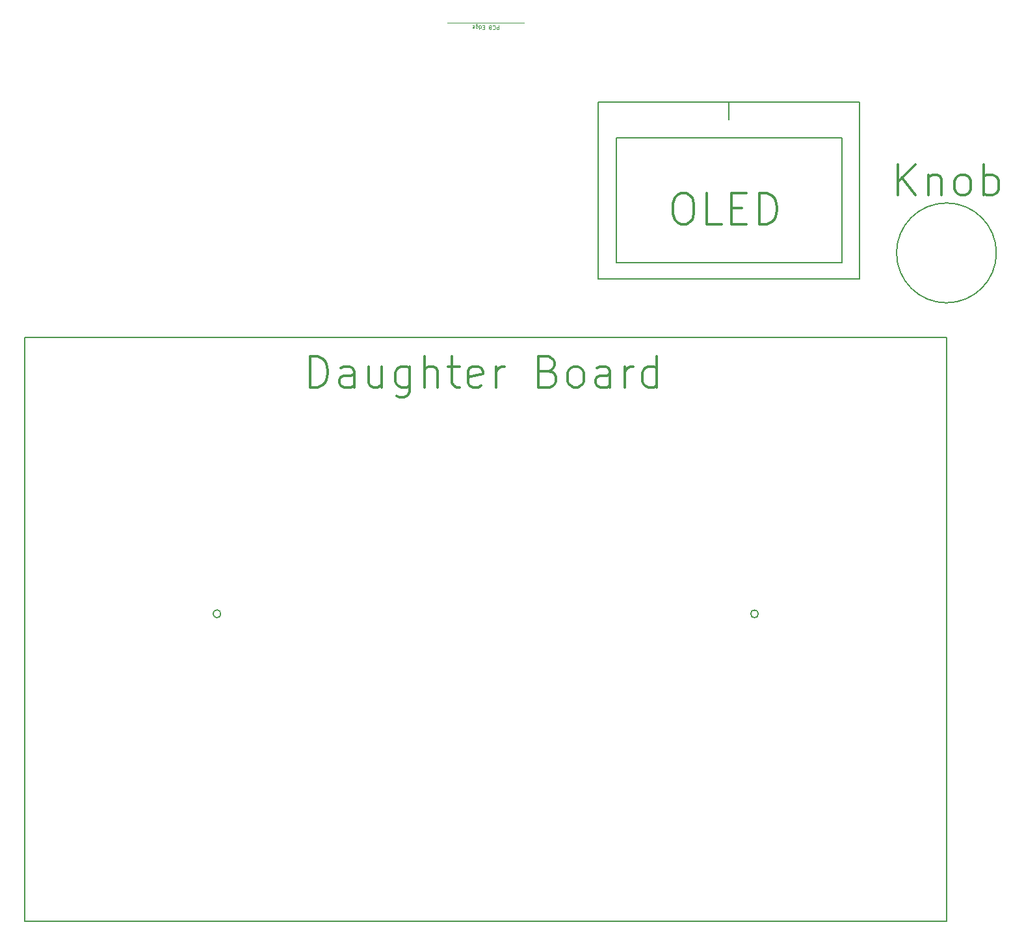
<source format=gbr>
%TF.GenerationSoftware,KiCad,Pcbnew,9.0.0-rc1*%
%TF.CreationDate,2025-02-06T15:05:50-05:00*%
%TF.ProjectId,ephys-test-board,65706879-732d-4746-9573-742d626f6172,B*%
%TF.SameCoordinates,Original*%
%TF.FileFunction,OtherDrawing,Comment*%
%FSLAX46Y46*%
G04 Gerber Fmt 4.6, Leading zero omitted, Abs format (unit mm)*
G04 Created by KiCad (PCBNEW 9.0.0-rc1) date 2025-02-06 15:05:50*
%MOMM*%
%LPD*%
G01*
G04 APERTURE LIST*
%ADD10C,0.300000*%
%ADD11C,0.150000*%
%ADD12C,0.100000*%
G04 APERTURE END LIST*
D10*
X253649748Y-76494876D02*
X253649748Y-72494876D01*
X255935463Y-76494876D02*
X254221177Y-74209161D01*
X255935463Y-72494876D02*
X253649748Y-74780590D01*
X257649748Y-73828209D02*
X257649748Y-76494876D01*
X257649748Y-74209161D02*
X257840225Y-74018685D01*
X257840225Y-74018685D02*
X258221177Y-73828209D01*
X258221177Y-73828209D02*
X258792606Y-73828209D01*
X258792606Y-73828209D02*
X259173558Y-74018685D01*
X259173558Y-74018685D02*
X259364034Y-74399638D01*
X259364034Y-74399638D02*
X259364034Y-76494876D01*
X261840225Y-76494876D02*
X261459273Y-76304400D01*
X261459273Y-76304400D02*
X261268796Y-76113923D01*
X261268796Y-76113923D02*
X261078320Y-75732971D01*
X261078320Y-75732971D02*
X261078320Y-74590114D01*
X261078320Y-74590114D02*
X261268796Y-74209161D01*
X261268796Y-74209161D02*
X261459273Y-74018685D01*
X261459273Y-74018685D02*
X261840225Y-73828209D01*
X261840225Y-73828209D02*
X262411654Y-73828209D01*
X262411654Y-73828209D02*
X262792606Y-74018685D01*
X262792606Y-74018685D02*
X262983082Y-74209161D01*
X262983082Y-74209161D02*
X263173558Y-74590114D01*
X263173558Y-74590114D02*
X263173558Y-75732971D01*
X263173558Y-75732971D02*
X262983082Y-76113923D01*
X262983082Y-76113923D02*
X262792606Y-76304400D01*
X262792606Y-76304400D02*
X262411654Y-76494876D01*
X262411654Y-76494876D02*
X261840225Y-76494876D01*
X264887844Y-76494876D02*
X264887844Y-72494876D01*
X264887844Y-74018685D02*
X265268797Y-73828209D01*
X265268797Y-73828209D02*
X266030702Y-73828209D01*
X266030702Y-73828209D02*
X266411654Y-74018685D01*
X266411654Y-74018685D02*
X266602130Y-74209161D01*
X266602130Y-74209161D02*
X266792606Y-74590114D01*
X266792606Y-74590114D02*
X266792606Y-75732971D01*
X266792606Y-75732971D02*
X266602130Y-76113923D01*
X266602130Y-76113923D02*
X266411654Y-76304400D01*
X266411654Y-76304400D02*
X266030702Y-76494876D01*
X266030702Y-76494876D02*
X265268797Y-76494876D01*
X265268797Y-76494876D02*
X264887844Y-76304400D01*
D11*
X266500000Y-84000000D02*
G75*
G02*
X253500000Y-84000000I-6500000J0D01*
G01*
X253500000Y-84000000D02*
G75*
G02*
X266500000Y-84000000I6500000J0D01*
G01*
X235500000Y-131000000D02*
G75*
G02*
X234500000Y-131000000I-500000J0D01*
G01*
X234500000Y-131000000D02*
G75*
G02*
X235500000Y-131000000I500000J0D01*
G01*
X165500000Y-131000000D02*
G75*
G02*
X164500000Y-131000000I-500000J0D01*
G01*
X164500000Y-131000000D02*
G75*
G02*
X165500000Y-131000000I500000J0D01*
G01*
X214670000Y-64350000D02*
X248670000Y-64350000D01*
X248670000Y-87350000D01*
X214670000Y-87350000D01*
X214670000Y-64350000D01*
X140000000Y-95000000D02*
X260000000Y-95000000D01*
X260000000Y-171000000D01*
X140000000Y-171000000D01*
X140000000Y-95000000D01*
X231670000Y-64350000D02*
X231670000Y-66635000D01*
X217000000Y-69000000D02*
X246420000Y-69000000D01*
X246420000Y-85250000D01*
X217000000Y-85250000D01*
X217000000Y-69000000D01*
D10*
X177149748Y-101494876D02*
X177149748Y-97494876D01*
X177149748Y-97494876D02*
X178102129Y-97494876D01*
X178102129Y-97494876D02*
X178673558Y-97685352D01*
X178673558Y-97685352D02*
X179054510Y-98066304D01*
X179054510Y-98066304D02*
X179244987Y-98447257D01*
X179244987Y-98447257D02*
X179435463Y-99209161D01*
X179435463Y-99209161D02*
X179435463Y-99780590D01*
X179435463Y-99780590D02*
X179244987Y-100542495D01*
X179244987Y-100542495D02*
X179054510Y-100923447D01*
X179054510Y-100923447D02*
X178673558Y-101304400D01*
X178673558Y-101304400D02*
X178102129Y-101494876D01*
X178102129Y-101494876D02*
X177149748Y-101494876D01*
X182864034Y-101494876D02*
X182864034Y-99399638D01*
X182864034Y-99399638D02*
X182673558Y-99018685D01*
X182673558Y-99018685D02*
X182292606Y-98828209D01*
X182292606Y-98828209D02*
X181530701Y-98828209D01*
X181530701Y-98828209D02*
X181149748Y-99018685D01*
X182864034Y-101304400D02*
X182483082Y-101494876D01*
X182483082Y-101494876D02*
X181530701Y-101494876D01*
X181530701Y-101494876D02*
X181149748Y-101304400D01*
X181149748Y-101304400D02*
X180959272Y-100923447D01*
X180959272Y-100923447D02*
X180959272Y-100542495D01*
X180959272Y-100542495D02*
X181149748Y-100161542D01*
X181149748Y-100161542D02*
X181530701Y-99971066D01*
X181530701Y-99971066D02*
X182483082Y-99971066D01*
X182483082Y-99971066D02*
X182864034Y-99780590D01*
X186483082Y-98828209D02*
X186483082Y-101494876D01*
X184768796Y-98828209D02*
X184768796Y-100923447D01*
X184768796Y-100923447D02*
X184959273Y-101304400D01*
X184959273Y-101304400D02*
X185340225Y-101494876D01*
X185340225Y-101494876D02*
X185911654Y-101494876D01*
X185911654Y-101494876D02*
X186292606Y-101304400D01*
X186292606Y-101304400D02*
X186483082Y-101113923D01*
X190102130Y-98828209D02*
X190102130Y-102066304D01*
X190102130Y-102066304D02*
X189911654Y-102447257D01*
X189911654Y-102447257D02*
X189721178Y-102637733D01*
X189721178Y-102637733D02*
X189340225Y-102828209D01*
X189340225Y-102828209D02*
X188768797Y-102828209D01*
X188768797Y-102828209D02*
X188387844Y-102637733D01*
X190102130Y-101304400D02*
X189721178Y-101494876D01*
X189721178Y-101494876D02*
X188959273Y-101494876D01*
X188959273Y-101494876D02*
X188578321Y-101304400D01*
X188578321Y-101304400D02*
X188387844Y-101113923D01*
X188387844Y-101113923D02*
X188197368Y-100732971D01*
X188197368Y-100732971D02*
X188197368Y-99590114D01*
X188197368Y-99590114D02*
X188387844Y-99209161D01*
X188387844Y-99209161D02*
X188578321Y-99018685D01*
X188578321Y-99018685D02*
X188959273Y-98828209D01*
X188959273Y-98828209D02*
X189721178Y-98828209D01*
X189721178Y-98828209D02*
X190102130Y-99018685D01*
X192006892Y-101494876D02*
X192006892Y-97494876D01*
X193721178Y-101494876D02*
X193721178Y-99399638D01*
X193721178Y-99399638D02*
X193530702Y-99018685D01*
X193530702Y-99018685D02*
X193149750Y-98828209D01*
X193149750Y-98828209D02*
X192578321Y-98828209D01*
X192578321Y-98828209D02*
X192197369Y-99018685D01*
X192197369Y-99018685D02*
X192006892Y-99209161D01*
X195054512Y-98828209D02*
X196578321Y-98828209D01*
X195625940Y-97494876D02*
X195625940Y-100923447D01*
X195625940Y-100923447D02*
X195816417Y-101304400D01*
X195816417Y-101304400D02*
X196197369Y-101494876D01*
X196197369Y-101494876D02*
X196578321Y-101494876D01*
X199435464Y-101304400D02*
X199054512Y-101494876D01*
X199054512Y-101494876D02*
X198292607Y-101494876D01*
X198292607Y-101494876D02*
X197911654Y-101304400D01*
X197911654Y-101304400D02*
X197721178Y-100923447D01*
X197721178Y-100923447D02*
X197721178Y-99399638D01*
X197721178Y-99399638D02*
X197911654Y-99018685D01*
X197911654Y-99018685D02*
X198292607Y-98828209D01*
X198292607Y-98828209D02*
X199054512Y-98828209D01*
X199054512Y-98828209D02*
X199435464Y-99018685D01*
X199435464Y-99018685D02*
X199625940Y-99399638D01*
X199625940Y-99399638D02*
X199625940Y-99780590D01*
X199625940Y-99780590D02*
X197721178Y-100161542D01*
X201340225Y-101494876D02*
X201340225Y-98828209D01*
X201340225Y-99590114D02*
X201530702Y-99209161D01*
X201530702Y-99209161D02*
X201721178Y-99018685D01*
X201721178Y-99018685D02*
X202102130Y-98828209D01*
X202102130Y-98828209D02*
X202483083Y-98828209D01*
X208197368Y-99399638D02*
X208768796Y-99590114D01*
X208768796Y-99590114D02*
X208959273Y-99780590D01*
X208959273Y-99780590D02*
X209149749Y-100161542D01*
X209149749Y-100161542D02*
X209149749Y-100732971D01*
X209149749Y-100732971D02*
X208959273Y-101113923D01*
X208959273Y-101113923D02*
X208768796Y-101304400D01*
X208768796Y-101304400D02*
X208387844Y-101494876D01*
X208387844Y-101494876D02*
X206864034Y-101494876D01*
X206864034Y-101494876D02*
X206864034Y-97494876D01*
X206864034Y-97494876D02*
X208197368Y-97494876D01*
X208197368Y-97494876D02*
X208578320Y-97685352D01*
X208578320Y-97685352D02*
X208768796Y-97875828D01*
X208768796Y-97875828D02*
X208959273Y-98256780D01*
X208959273Y-98256780D02*
X208959273Y-98637733D01*
X208959273Y-98637733D02*
X208768796Y-99018685D01*
X208768796Y-99018685D02*
X208578320Y-99209161D01*
X208578320Y-99209161D02*
X208197368Y-99399638D01*
X208197368Y-99399638D02*
X206864034Y-99399638D01*
X211435463Y-101494876D02*
X211054511Y-101304400D01*
X211054511Y-101304400D02*
X210864034Y-101113923D01*
X210864034Y-101113923D02*
X210673558Y-100732971D01*
X210673558Y-100732971D02*
X210673558Y-99590114D01*
X210673558Y-99590114D02*
X210864034Y-99209161D01*
X210864034Y-99209161D02*
X211054511Y-99018685D01*
X211054511Y-99018685D02*
X211435463Y-98828209D01*
X211435463Y-98828209D02*
X212006892Y-98828209D01*
X212006892Y-98828209D02*
X212387844Y-99018685D01*
X212387844Y-99018685D02*
X212578320Y-99209161D01*
X212578320Y-99209161D02*
X212768796Y-99590114D01*
X212768796Y-99590114D02*
X212768796Y-100732971D01*
X212768796Y-100732971D02*
X212578320Y-101113923D01*
X212578320Y-101113923D02*
X212387844Y-101304400D01*
X212387844Y-101304400D02*
X212006892Y-101494876D01*
X212006892Y-101494876D02*
X211435463Y-101494876D01*
X216197368Y-101494876D02*
X216197368Y-99399638D01*
X216197368Y-99399638D02*
X216006892Y-99018685D01*
X216006892Y-99018685D02*
X215625940Y-98828209D01*
X215625940Y-98828209D02*
X214864035Y-98828209D01*
X214864035Y-98828209D02*
X214483082Y-99018685D01*
X216197368Y-101304400D02*
X215816416Y-101494876D01*
X215816416Y-101494876D02*
X214864035Y-101494876D01*
X214864035Y-101494876D02*
X214483082Y-101304400D01*
X214483082Y-101304400D02*
X214292606Y-100923447D01*
X214292606Y-100923447D02*
X214292606Y-100542495D01*
X214292606Y-100542495D02*
X214483082Y-100161542D01*
X214483082Y-100161542D02*
X214864035Y-99971066D01*
X214864035Y-99971066D02*
X215816416Y-99971066D01*
X215816416Y-99971066D02*
X216197368Y-99780590D01*
X218102130Y-101494876D02*
X218102130Y-98828209D01*
X218102130Y-99590114D02*
X218292607Y-99209161D01*
X218292607Y-99209161D02*
X218483083Y-99018685D01*
X218483083Y-99018685D02*
X218864035Y-98828209D01*
X218864035Y-98828209D02*
X219244988Y-98828209D01*
X222292606Y-101494876D02*
X222292606Y-97494876D01*
X222292606Y-101304400D02*
X221911654Y-101494876D01*
X221911654Y-101494876D02*
X221149749Y-101494876D01*
X221149749Y-101494876D02*
X220768797Y-101304400D01*
X220768797Y-101304400D02*
X220578320Y-101113923D01*
X220578320Y-101113923D02*
X220387844Y-100732971D01*
X220387844Y-100732971D02*
X220387844Y-99590114D01*
X220387844Y-99590114D02*
X220578320Y-99209161D01*
X220578320Y-99209161D02*
X220768797Y-99018685D01*
X220768797Y-99018685D02*
X221149749Y-98828209D01*
X221149749Y-98828209D02*
X221911654Y-98828209D01*
X221911654Y-98828209D02*
X222292606Y-99018685D01*
X225361653Y-76244876D02*
X226123558Y-76244876D01*
X226123558Y-76244876D02*
X226504510Y-76435352D01*
X226504510Y-76435352D02*
X226885463Y-76816304D01*
X226885463Y-76816304D02*
X227075939Y-77578209D01*
X227075939Y-77578209D02*
X227075939Y-78911542D01*
X227075939Y-78911542D02*
X226885463Y-79673447D01*
X226885463Y-79673447D02*
X226504510Y-80054400D01*
X226504510Y-80054400D02*
X226123558Y-80244876D01*
X226123558Y-80244876D02*
X225361653Y-80244876D01*
X225361653Y-80244876D02*
X224980701Y-80054400D01*
X224980701Y-80054400D02*
X224599748Y-79673447D01*
X224599748Y-79673447D02*
X224409272Y-78911542D01*
X224409272Y-78911542D02*
X224409272Y-77578209D01*
X224409272Y-77578209D02*
X224599748Y-76816304D01*
X224599748Y-76816304D02*
X224980701Y-76435352D01*
X224980701Y-76435352D02*
X225361653Y-76244876D01*
X230694986Y-80244876D02*
X228790224Y-80244876D01*
X228790224Y-80244876D02*
X228790224Y-76244876D01*
X232028319Y-78149638D02*
X233361653Y-78149638D01*
X233933081Y-80244876D02*
X232028319Y-80244876D01*
X232028319Y-80244876D02*
X232028319Y-76244876D01*
X232028319Y-76244876D02*
X233933081Y-76244876D01*
X235647367Y-80244876D02*
X235647367Y-76244876D01*
X235647367Y-76244876D02*
X236599748Y-76244876D01*
X236599748Y-76244876D02*
X237171177Y-76435352D01*
X237171177Y-76435352D02*
X237552129Y-76816304D01*
X237552129Y-76816304D02*
X237742606Y-77197257D01*
X237742606Y-77197257D02*
X237933082Y-77959161D01*
X237933082Y-77959161D02*
X237933082Y-78530590D01*
X237933082Y-78530590D02*
X237742606Y-79292495D01*
X237742606Y-79292495D02*
X237552129Y-79673447D01*
X237552129Y-79673447D02*
X237171177Y-80054400D01*
X237171177Y-80054400D02*
X236599748Y-80244876D01*
X236599748Y-80244876D02*
X235647367Y-80244876D01*
D12*
X201714285Y-54383890D02*
X201714285Y-54883890D01*
X201714285Y-54883890D02*
X201523809Y-54883890D01*
X201523809Y-54883890D02*
X201476190Y-54860080D01*
X201476190Y-54860080D02*
X201452380Y-54836271D01*
X201452380Y-54836271D02*
X201428571Y-54788652D01*
X201428571Y-54788652D02*
X201428571Y-54717223D01*
X201428571Y-54717223D02*
X201452380Y-54669604D01*
X201452380Y-54669604D02*
X201476190Y-54645795D01*
X201476190Y-54645795D02*
X201523809Y-54621985D01*
X201523809Y-54621985D02*
X201714285Y-54621985D01*
X200928571Y-54431509D02*
X200952380Y-54407700D01*
X200952380Y-54407700D02*
X201023809Y-54383890D01*
X201023809Y-54383890D02*
X201071428Y-54383890D01*
X201071428Y-54383890D02*
X201142856Y-54407700D01*
X201142856Y-54407700D02*
X201190475Y-54455319D01*
X201190475Y-54455319D02*
X201214285Y-54502938D01*
X201214285Y-54502938D02*
X201238094Y-54598176D01*
X201238094Y-54598176D02*
X201238094Y-54669604D01*
X201238094Y-54669604D02*
X201214285Y-54764842D01*
X201214285Y-54764842D02*
X201190475Y-54812461D01*
X201190475Y-54812461D02*
X201142856Y-54860080D01*
X201142856Y-54860080D02*
X201071428Y-54883890D01*
X201071428Y-54883890D02*
X201023809Y-54883890D01*
X201023809Y-54883890D02*
X200952380Y-54860080D01*
X200952380Y-54860080D02*
X200928571Y-54836271D01*
X200547618Y-54645795D02*
X200476190Y-54621985D01*
X200476190Y-54621985D02*
X200452380Y-54598176D01*
X200452380Y-54598176D02*
X200428571Y-54550557D01*
X200428571Y-54550557D02*
X200428571Y-54479128D01*
X200428571Y-54479128D02*
X200452380Y-54431509D01*
X200452380Y-54431509D02*
X200476190Y-54407700D01*
X200476190Y-54407700D02*
X200523809Y-54383890D01*
X200523809Y-54383890D02*
X200714285Y-54383890D01*
X200714285Y-54383890D02*
X200714285Y-54883890D01*
X200714285Y-54883890D02*
X200547618Y-54883890D01*
X200547618Y-54883890D02*
X200499999Y-54860080D01*
X200499999Y-54860080D02*
X200476190Y-54836271D01*
X200476190Y-54836271D02*
X200452380Y-54788652D01*
X200452380Y-54788652D02*
X200452380Y-54741033D01*
X200452380Y-54741033D02*
X200476190Y-54693414D01*
X200476190Y-54693414D02*
X200499999Y-54669604D01*
X200499999Y-54669604D02*
X200547618Y-54645795D01*
X200547618Y-54645795D02*
X200714285Y-54645795D01*
X199833333Y-54645795D02*
X199666666Y-54645795D01*
X199595238Y-54383890D02*
X199833333Y-54383890D01*
X199833333Y-54383890D02*
X199833333Y-54883890D01*
X199833333Y-54883890D02*
X199595238Y-54883890D01*
X199166666Y-54383890D02*
X199166666Y-54883890D01*
X199166666Y-54407700D02*
X199214285Y-54383890D01*
X199214285Y-54383890D02*
X199309523Y-54383890D01*
X199309523Y-54383890D02*
X199357142Y-54407700D01*
X199357142Y-54407700D02*
X199380952Y-54431509D01*
X199380952Y-54431509D02*
X199404761Y-54479128D01*
X199404761Y-54479128D02*
X199404761Y-54621985D01*
X199404761Y-54621985D02*
X199380952Y-54669604D01*
X199380952Y-54669604D02*
X199357142Y-54693414D01*
X199357142Y-54693414D02*
X199309523Y-54717223D01*
X199309523Y-54717223D02*
X199214285Y-54717223D01*
X199214285Y-54717223D02*
X199166666Y-54693414D01*
X198714285Y-54717223D02*
X198714285Y-54312461D01*
X198714285Y-54312461D02*
X198738095Y-54264842D01*
X198738095Y-54264842D02*
X198761904Y-54241033D01*
X198761904Y-54241033D02*
X198809523Y-54217223D01*
X198809523Y-54217223D02*
X198880952Y-54217223D01*
X198880952Y-54217223D02*
X198928571Y-54241033D01*
X198714285Y-54407700D02*
X198761904Y-54383890D01*
X198761904Y-54383890D02*
X198857142Y-54383890D01*
X198857142Y-54383890D02*
X198904761Y-54407700D01*
X198904761Y-54407700D02*
X198928571Y-54431509D01*
X198928571Y-54431509D02*
X198952380Y-54479128D01*
X198952380Y-54479128D02*
X198952380Y-54621985D01*
X198952380Y-54621985D02*
X198928571Y-54669604D01*
X198928571Y-54669604D02*
X198904761Y-54693414D01*
X198904761Y-54693414D02*
X198857142Y-54717223D01*
X198857142Y-54717223D02*
X198761904Y-54717223D01*
X198761904Y-54717223D02*
X198714285Y-54693414D01*
X198285714Y-54407700D02*
X198333333Y-54383890D01*
X198333333Y-54383890D02*
X198428571Y-54383890D01*
X198428571Y-54383890D02*
X198476190Y-54407700D01*
X198476190Y-54407700D02*
X198499999Y-54455319D01*
X198499999Y-54455319D02*
X198499999Y-54645795D01*
X198499999Y-54645795D02*
X198476190Y-54693414D01*
X198476190Y-54693414D02*
X198428571Y-54717223D01*
X198428571Y-54717223D02*
X198333333Y-54717223D01*
X198333333Y-54717223D02*
X198285714Y-54693414D01*
X198285714Y-54693414D02*
X198261904Y-54645795D01*
X198261904Y-54645795D02*
X198261904Y-54598176D01*
X198261904Y-54598176D02*
X198499999Y-54550557D01*
%TO.C,J6*%
X195000000Y-54035000D02*
X205000000Y-54035000D01*
%TD*%
M02*

</source>
